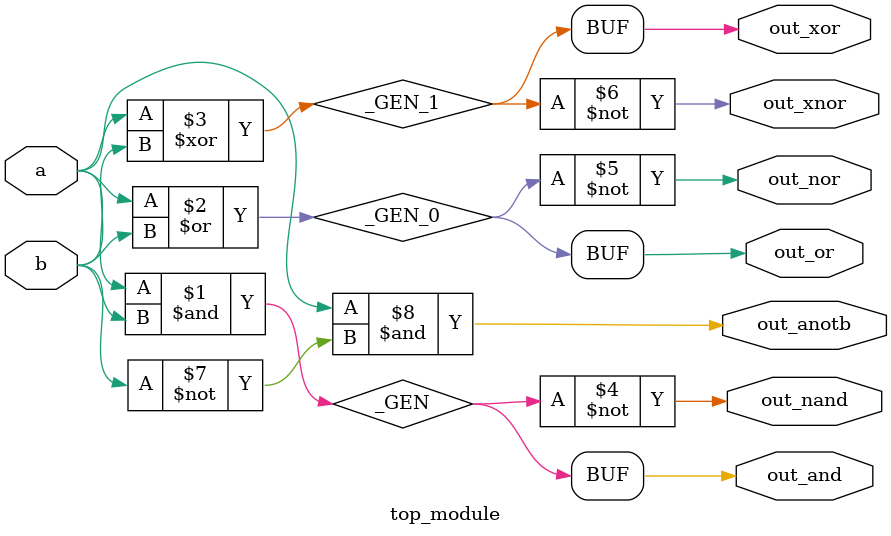
<source format=v>
module top_module(	// file.cleaned.mlir:2:3
  input  a,	// file.cleaned.mlir:2:28
         b,	// file.cleaned.mlir:2:40
  output out_and,	// file.cleaned.mlir:2:53
         out_or,	// file.cleaned.mlir:2:71
         out_xor,	// file.cleaned.mlir:2:88
         out_nand,	// file.cleaned.mlir:2:106
         out_nor,	// file.cleaned.mlir:2:125
         out_xnor,	// file.cleaned.mlir:2:143
         out_anotb	// file.cleaned.mlir:2:162
);

  wire _GEN = a & b;	// file.cleaned.mlir:4:10
  wire _GEN_0 = a | b;	// file.cleaned.mlir:5:10
  wire _GEN_1 = a ^ b;	// file.cleaned.mlir:6:10
  assign out_and = _GEN;	// file.cleaned.mlir:4:10, :12:5
  assign out_or = _GEN_0;	// file.cleaned.mlir:5:10, :12:5
  assign out_xor = _GEN_1;	// file.cleaned.mlir:6:10, :12:5
  assign out_nand = ~_GEN;	// file.cleaned.mlir:4:10, :7:10, :12:5
  assign out_nor = ~_GEN_0;	// file.cleaned.mlir:5:10, :8:10, :12:5
  assign out_xnor = ~_GEN_1;	// file.cleaned.mlir:6:10, :9:10, :12:5
  assign out_anotb = a & ~b;	// file.cleaned.mlir:10:10, :11:10, :12:5
endmodule


</source>
